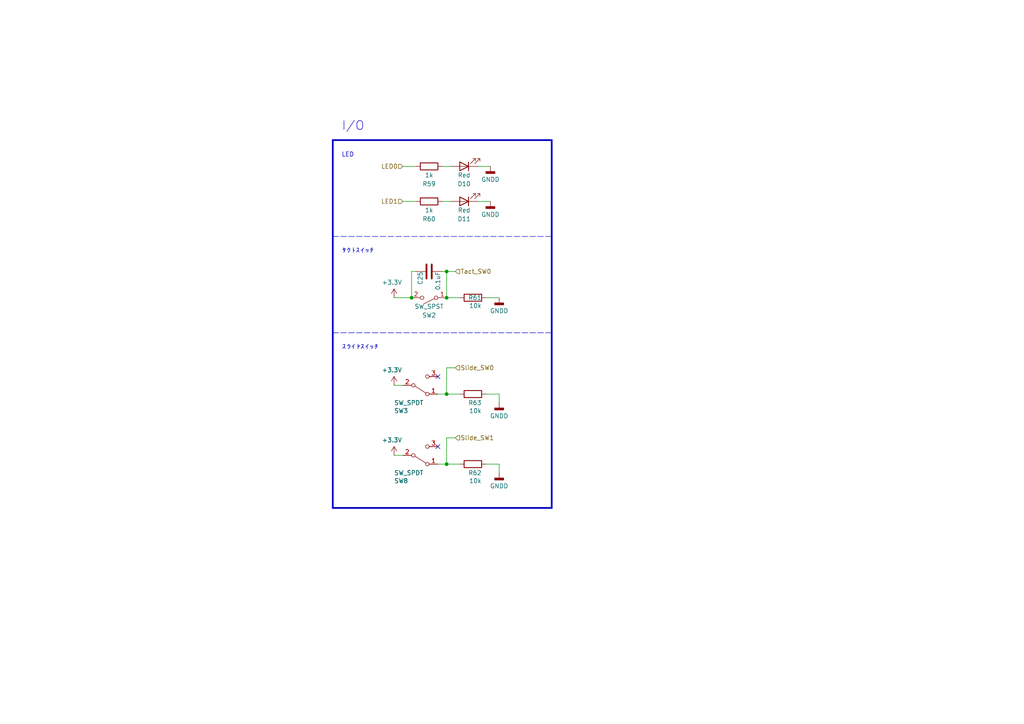
<source format=kicad_sch>
(kicad_sch (version 20230121) (generator eeschema)
  (paper "A4")
  (lib_symbols
    (symbol "Device:C" (pin_numbers hide) (pin_names (offset 0.254))
      (property "Reference" "C" (at 0.635 2.54 0))
      (property "Value" "C" (at 0.635 -2.54 0))
      (symbol "C_0_1"
        (polyline (pts (xy -2.032 -0.762) (xy 2.032 -0.762)) (stroke (width 0.508)))
        (polyline (pts (xy -2.032 0.762) (xy 2.032 0.762)) (stroke (width 0.508)))
      )
      (symbol "C_1_1"
        (pin passive line (at 0 3.81 270) (length 2.794) (name "~") (number "1"))
        (pin passive line (at 0 -3.81 90) (length 2.794) (name "~") (number "2"))
      )
    )
    (symbol "Device:LED" (pin_numbers hide) (pin_names (offset 1.016) hide)
      (property "Reference" "D" (at 0 2.54 0))
      (property "Value" "LED" (at 0 -2.54 0))
      (symbol "LED_0_1"
        (polyline (pts (xy -1.27 -1.27) (xy -1.27 1.27)) (stroke (width 0.254)))
        (polyline (pts (xy -1.27 0) (xy 1.27 0)))
        (polyline (pts (xy 1.27 -1.27) (xy 1.27 1.27) (xy -1.27 0) (xy 1.27 -1.27)) (stroke (width 0.254)))
        (polyline (pts (xy -3.048 -0.762) (xy -4.572 -2.286) (xy -3.81 -2.286) (xy -4.572 -2.286) (xy -4.572 -1.524)))
        (polyline (pts (xy -1.778 -0.762) (xy -3.302 -2.286) (xy -2.54 -2.286) (xy -3.302 -2.286) (xy -3.302 -1.524)))
      )
      (symbol "LED_1_1"
        (pin passive line (at -3.81 0 0) (length 2.54) (name "K") (number "1"))
        (pin passive line (at 3.81 0 180) (length 2.54) (name "A") (number "2"))
      )
    )
    (symbol "Device:R" (pin_numbers hide) (pin_names (offset 0))
      (property "Reference" "R" (at 2.032 0 90))
      (property "Value" "R" (at 0 0 90))
      (symbol "R_0_1"
        (rectangle (start -1.016 -2.54) (end 1.016 2.54) (stroke (width 0.254)))
      )
      (symbol "R_1_1"
        (pin passive line (at 0 3.81 270) (length 1.27) (name "~") (number "1"))
        (pin passive line (at 0 -3.81 90) (length 1.27) (name "~") (number "2"))
      )
    )
    (symbol "Switch:SW_SPDT" (pin_names (offset 0) hide)
      (property "Reference" "SW" (at 0 4.318 0))
      (property "Value" "SW_SPDT" (at 0 -5.08 0))
      (symbol "SW_SPDT_0_0"
        (circle (center -2.032 0) (radius 0.508))
        (circle (center 2.032 -2.54) (radius 0.508))
      )
      (symbol "SW_SPDT_0_1"
        (polyline (pts (xy -1.524 0.254) (xy 1.651 2.286)))
        (circle (center 2.032 2.54) (radius 0.508))
      )
      (symbol "SW_SPDT_1_1"
        (pin passive line (at 5.08 2.54 180) (length 2.54) (name "A") (number "1"))
        (pin passive line (at -5.08 0 0) (length 2.54) (name "B") (number "2"))
        (pin passive line (at 5.08 -2.54 180) (length 2.54) (name "C") (number "3"))
      )
    )
    (symbol "Switch:SW_SPST" (pin_names (offset 0) hide)
      (property "Reference" "SW" (at 0 3.175 0))
      (property "Value" "SW_SPST" (at 0 -2.54 0))
      (symbol "SW_SPST_0_0"
        (circle (center -2.032 0) (radius 0.508))
        (polyline (pts (xy -1.524 0.254) (xy 1.524 1.778)))
        (circle (center 2.032 0) (radius 0.508))
      )
      (symbol "SW_SPST_1_1"
        (pin passive line (at -5.08 0 0) (length 2.54) (name "A") (number "1"))
        (pin passive line (at 5.08 0 180) (length 2.54) (name "B") (number "2"))
      )
    )
    (symbol "power:+3.3V" (power) (pin_names (offset 0))
      (property "Value" "+3.3V" (at 0 3.556 0))
      (symbol "+3.3V_0_1"
        (polyline (pts (xy -0.762 1.27) (xy 0 2.54)))
        (polyline (pts (xy 0 0) (xy 0 2.54)))
        (polyline (pts (xy 0 2.54) (xy 0.762 1.27)))
      )
      (symbol "+3.3V_1_1"
        (pin power_in line (at 0 0 90) (length 0) hide (name "+3.3V") (number "1"))
      )
    )
    (symbol "power:GNDD" (power) (pin_names (offset 0))
      (property "Value" "GNDD" (at 0 -3.175 0))
      (symbol "GNDD_0_1"
        (rectangle (start -1.27 -1.524) (end 1.27 -2.032) (stroke (width 0.254)) (fill (type outline)))
        (polyline (pts (xy 0 0) (xy 0 -1.524)))
      )
      (symbol "GNDD_1_1"
        (pin power_in line (at 0 0 270) (length 0) hide (name "GNDD") (number "1"))
      )
    )
  )
  (junction (at 119.38 86.36))
  (junction (at 129.54 86.36))
  (junction (at 129.54 78.74))
  (junction (at 129.54 134.62))
  (junction (at 129.54 114.3))
  (no_connect (at 127 129.54))
  (no_connect (at 127 109.22))
  (polyline (pts (xy 96.52 68.58) (xy 160.02 68.58)) (stroke (width 0) (type dash)))
  (wire (pts (xy 114.3 111.76) (xy 116.84 111.76)))
  (wire (pts (xy 138.43 58.42) (xy 142.24 58.42)))
  (wire (pts (xy 114.3 132.08) (xy 116.84 132.08)))
  (polyline (pts (xy 96.52 96.52) (xy 160.02 96.52)) (stroke (width 0) (type dash)))
  (wire (pts (xy 128.27 58.42) (xy 130.81 58.42)))
  (polyline (pts (xy 96.52 40.64) (xy 160.02 40.64)) (stroke (width 0.5) (type solid)))
  (wire (pts (xy 132.08 106.68) (xy 129.54 106.68)))
  (wire (pts (xy 140.97 86.36) (xy 144.78 86.36)))
  (wire (pts (xy 132.08 127) (xy 129.54 127)))
  (wire (pts (xy 140.97 114.3) (xy 144.78 114.3)))
  (wire (pts (xy 127 134.62) (xy 129.54 134.62)))
  (wire (pts (xy 129.54 127) (xy 129.54 134.62)))
  (wire (pts (xy 129.54 114.3) (xy 133.35 114.3)))
  (wire (pts (xy 127 114.3) (xy 129.54 114.3)))
  (wire (pts (xy 119.38 78.74) (xy 120.65 78.74)))
  (wire (pts (xy 129.54 134.62) (xy 133.35 134.62)))
  (wire (pts (xy 144.78 116.84) (xy 144.78 114.3)))
  (wire (pts (xy 129.54 86.36) (xy 133.35 86.36)))
  (wire (pts (xy 116.84 58.42) (xy 120.65 58.42)))
  (wire (pts (xy 138.43 48.26) (xy 142.24 48.26)))
  (polyline (pts (xy 96.52 147.32) (xy 160.02 147.32)) (stroke (width 0.5) (type solid)))
  (polyline (pts (xy 96.52 147.32) (xy 96.52 40.64)) (stroke (width 0.5) (type solid)))
  (wire (pts (xy 119.38 78.74) (xy 119.38 86.36)))
  (polyline (pts (xy 160.02 147.32) (xy 160.02 40.64)) (stroke (width 0.5) (type solid)))
  (wire (pts (xy 129.54 106.68) (xy 129.54 114.3)))
  (wire (pts (xy 114.3 86.36) (xy 119.38 86.36)))
  (wire (pts (xy 129.54 78.74) (xy 129.54 86.36)))
  (wire (pts (xy 129.54 78.74) (xy 128.27 78.74)))
  (wire (pts (xy 129.54 78.74) (xy 132.08 78.74)))
  (wire (pts (xy 128.27 48.26) (xy 130.81 48.26)))
  (wire (pts (xy 116.84 48.26) (xy 120.65 48.26)))
  (wire (pts (xy 140.97 134.62) (xy 144.78 134.62)))
  (wire (pts (xy 144.78 137.16) (xy 144.78 134.62)))
  (text "タクトスイッチ" (at 99.06 73.66 0) (effects (font (size 1.27 1.27)) (justify left bottom)))
  (text "スライドスイッチ" (at 99.06 101.6 0) (effects (font (size 1.27 1.27)) (justify left bottom)))
  (text "LED" (at 99.06 45.72 0) (effects (font (size 1.27 1.27)) (justify left bottom)))
  (text "I/O" (at 99.06 38.1 0) (effects (font (size 2.54 2.54)) (justify left bottom)))
  (hierarchical_label "Slide_SW0" (shape input) (at 132.08 106.68 0))
  (hierarchical_label "Tact_SW0" (shape input) (at 132.08 78.74 0))
  (hierarchical_label "Slide_SW1" (shape input) (at 132.08 127 0))
  (hierarchical_label "LED0" (shape input) (at 116.84 48.26 180))
  (hierarchical_label "LED1" (shape input) (at 116.84 58.42 180))
  (symbol (lib_id "power:+3.3V") (at 114.3 111.76 0) (unit 1)
    (property "Reference" "#PWR0130" (effects hide))
    (property "Value" "+3.3V" (at 113.665 107.315 0))
  )
  (symbol (lib_id "power:GNDD") (at 142.24 48.26 0) (unit 1)
    (property "Reference" "#PWR0132" (effects hide))
    (property "Value" "GNDD" (at 142.24 52.07 0))
  )
  (symbol (lib_id "power:+3.3V") (at 114.3 86.36 0) (unit 1)
    (property "Reference" "#PWR0129" (effects hide))
    (property "Value" "+3.3V" (at 113.665 81.915 0))
  )
  (symbol (lib_id "Device:R") (at 137.16 86.36 90) (unit 1)
    (property "Reference" "R61" (at 139.7 86.36 90) (effects (justify left)))
    (property "Value" "10k" (at 139.7 88.6714 90) (effects (justify left)))
    (property "Footprint" "Resistor_SMD:R_0402_1005Metric" (effects hide))
  )
  (symbol (lib_id "Device:C") (at 124.46 78.74 90) (mirror x) (unit 1)
    (property "Reference" "C25" (at 121.92 78.74 0) (effects (justify left)))
    (property "Value" "0.1uF" (at 127 78.74 0) (effects (justify left)))
    (property "Footprint" "Capacitor_SMD:C_0402_1005Metric" (effects hide))
  )
  (symbol (lib_id "Device:R") (at 137.16 134.62 90) (mirror x) (unit 1)
    (property "Reference" "R62" (at 139.7 137.16 90) (effects (justify left)))
    (property "Value" "10k" (at 139.7 139.4714 90) (effects (justify left)))
    (property "Footprint" "Resistor_SMD:R_0402_1005Metric" (effects hide))
  )
  (symbol (lib_id "Device:LED") (at 134.62 48.26 180) (unit 1)
    (property "Reference" "D10" (at 134.62 53.34 0))
    (property "Value" "Red" (at 134.62 50.8 0))
    (property "Footprint" "LED_SMD:LED_0603_1608Metric_Pad1.05x0.95mm_HandSolder" (effects hide))
  )
  (symbol (lib_id "Switch:SW_SPDT") (at 121.92 111.76 0) (mirror x) (unit 1)
    (property "Reference" "SW3" (at 114.3 119.1514 0) (effects (justify left)))
    (property "Value" "SW_SPDT" (at 114.3 116.84 0) (effects (justify left)))
    (property "Footprint" "Slide_Switch:3P_SPDT_SlideSwitch" (effects hide))
  )
  (symbol (lib_id "Device:R") (at 124.46 48.26 270) (mirror x) (unit 1)
    (property "Reference" "R59" (at 124.46 53.34 90))
    (property "Value" "1k" (at 124.46 50.8 90))
    (property "Footprint" "Resistor_SMD:R_0402_1005Metric" (effects hide))
  )
  (symbol (lib_id "Device:R") (at 137.16 114.3 90) (mirror x) (unit 1)
    (property "Reference" "R63" (at 139.7 116.84 90) (effects (justify left)))
    (property "Value" "10k" (at 139.7 119.1514 90) (effects (justify left)))
    (property "Footprint" "Resistor_SMD:R_0402_1005Metric" (effects hide))
  )
  (symbol (lib_id "power:+3.3V") (at 114.3 132.08 0) (unit 1)
    (property "Reference" "#PWR0135" (effects hide))
    (property "Value" "+3.3V" (at 113.665 127.635 0))
  )
  (symbol (lib_id "Device:R") (at 124.46 58.42 270) (mirror x) (unit 1)
    (property "Reference" "R60" (at 124.46 63.5 90))
    (property "Value" "1k" (at 124.46 60.96 90))
    (property "Footprint" "Resistor_SMD:R_0402_1005Metric" (effects hide))
  )
  (symbol (lib_id "power:GNDD") (at 144.78 137.16 0) (unit 1)
    (property "Reference" "#PWR0136" (effects hide))
    (property "Value" "GNDD" (at 144.78 140.97 0))
  )
  (symbol (lib_id "power:GNDD") (at 144.78 86.36 0) (unit 1)
    (property "Reference" "#PWR0131" (effects hide))
    (property "Value" "GNDD" (at 144.78 90.17 0))
  )
  (symbol (lib_id "Switch:SW_SPST") (at 124.46 86.36 180) (unit 1)
    (property "Reference" "SW2" (at 124.46 91.44 0))
    (property "Value" "SW_SPST" (at 124.46 88.9 0))
    (property "Footprint" "Button_Switch_SMD:SW_SPST_Omron_B3FS-100xP" (effects hide))
  )
  (symbol (lib_id "power:GNDD") (at 142.24 58.42 0) (unit 1)
    (property "Reference" "#PWR0133" (effects hide))
    (property "Value" "GNDD" (at 142.24 62.23 0))
  )
  (symbol (lib_id "Device:LED") (at 134.62 58.42 180) (unit 1)
    (property "Reference" "D11" (at 134.62 63.5 0))
    (property "Value" "Red" (at 134.62 60.96 0))
    (property "Footprint" "LED_SMD:LED_0603_1608Metric_Pad1.05x0.95mm_HandSolder" (effects hide))
  )
  (symbol (lib_id "power:GNDD") (at 144.78 116.84 0) (unit 1)
    (property "Reference" "#PWR0134" (effects hide))
    (property "Value" "GNDD" (at 144.78 120.65 0))
  )
  (symbol (lib_id "Switch:SW_SPDT") (at 121.92 132.08 0) (mirror x) (unit 1)
    (property "Reference" "SW8" (at 114.3 139.4714 0) (effects (justify left)))
    (property "Value" "SW_SPDT" (at 114.3 137.16 0) (effects (justify left)))
    (property "Footprint" "Slide_Switch:3P_SPDT_SlideSwitch" (effects hide))
  )
)
</source>
